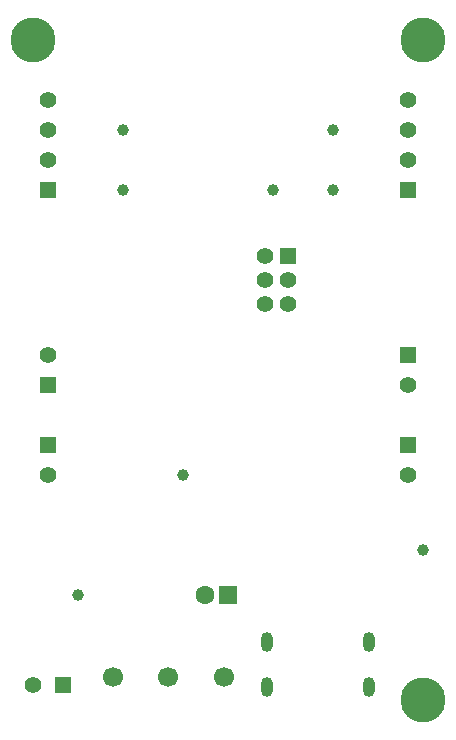
<source format=gbs>
G04 #@! TF.GenerationSoftware,KiCad,Pcbnew,9.0.0*
G04 #@! TF.CreationDate,2025-03-07T13:21:57-06:00*
G04 #@! TF.ProjectId,robo-roach-v1.0,726f626f-2d72-46f6-9163-682d76312e30,rev?*
G04 #@! TF.SameCoordinates,Original*
G04 #@! TF.FileFunction,Soldermask,Bot*
G04 #@! TF.FilePolarity,Negative*
%FSLAX46Y46*%
G04 Gerber Fmt 4.6, Leading zero omitted, Abs format (unit mm)*
G04 Created by KiCad (PCBNEW 9.0.0) date 2025-03-07 13:21:57*
%MOMM*%
%LPD*%
G01*
G04 APERTURE LIST*
%ADD10C,3.800000*%
%ADD11O,1.000000X1.700000*%
%ADD12R,1.600000X1.600000*%
%ADD13C,1.600000*%
%ADD14C,1.000000*%
%ADD15R,1.400000X1.400000*%
%ADD16C,1.400000*%
%ADD17C,1.700000*%
G04 APERTURE END LIST*
D10*
X162560000Y-134620000D03*
X162560000Y-78740000D03*
X129540000Y-78740000D03*
D11*
X157990000Y-133515000D03*
X157990000Y-129715000D03*
X149350000Y-133515000D03*
X149350000Y-129715000D03*
D12*
X146050000Y-125730000D03*
D13*
X144050000Y-125730000D03*
D14*
X142240000Y-115570000D03*
X137160000Y-86360000D03*
X154940000Y-86360000D03*
X154940000Y-91440000D03*
X137160000Y-91440000D03*
X162560000Y-121920000D03*
X133350000Y-125730000D03*
X149860000Y-91440000D03*
D15*
X151130000Y-97060000D03*
D16*
X151130000Y-99060000D03*
X151130000Y-101060000D03*
X149130000Y-97060000D03*
X149130000Y-99060000D03*
X149130000Y-101060000D03*
X130810000Y-115570000D03*
D15*
X130810000Y-113030000D03*
D17*
X145670000Y-132715000D03*
X140970000Y-132715000D03*
X136270000Y-132715000D03*
D15*
X161290000Y-113030000D03*
D16*
X161290000Y-115570000D03*
D15*
X130810000Y-107950000D03*
D16*
X130810000Y-105410000D03*
D15*
X161290000Y-105410000D03*
D16*
X161290000Y-107950000D03*
D15*
X130810000Y-91440000D03*
D16*
X130810000Y-88900000D03*
X130810000Y-86360000D03*
X130810000Y-83820000D03*
D15*
X161290000Y-91440000D03*
D16*
X161290000Y-88900000D03*
X161290000Y-86360000D03*
X161290000Y-83820000D03*
D15*
X132080000Y-133350000D03*
D16*
X129540000Y-133350000D03*
M02*

</source>
